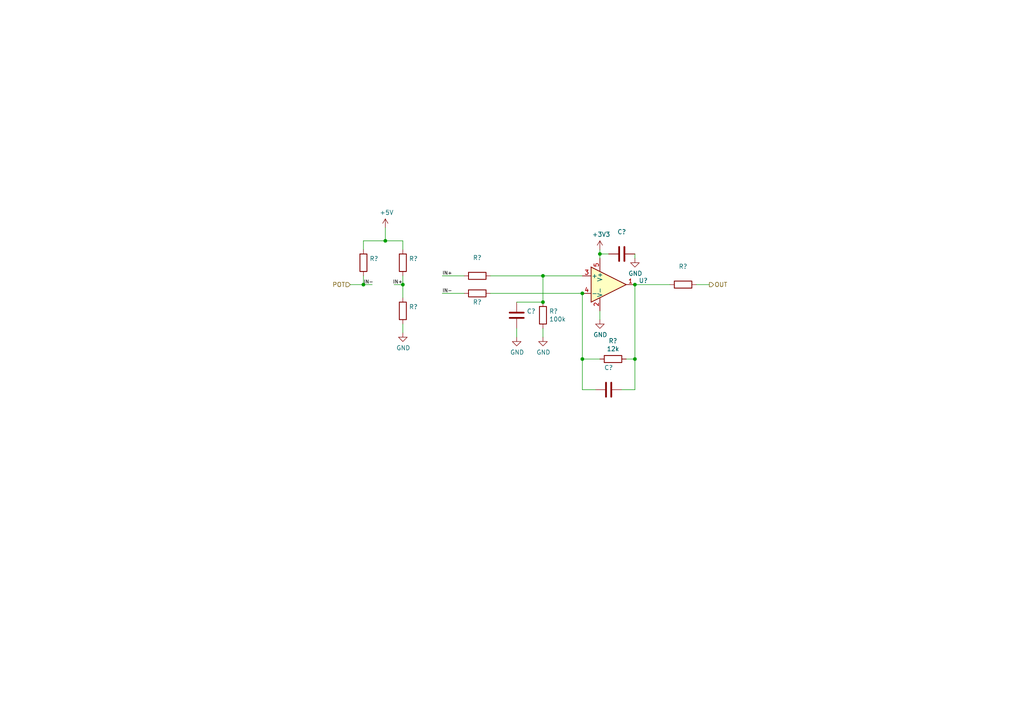
<source format=kicad_sch>
(kicad_sch (version 20211123) (generator eeschema)
  (paper "A4")
  (lib_symbols
    (symbol "Amplifier_Operational:OPA340NA" (pin_names (offset 0.127))
      (property "Reference" "U" (at -1.27 6.35 0))
      (property "Value" "OPA340NA" (at -1.27 3.81 0))
      (symbol "OPA340NA_0_1"
        (polyline (pts (xy -5.08 5.08) (xy 5.08 0) (xy -5.08 -5.08) (xy -5.08 5.08)) (stroke (width 0.254)) (fill (type background)))
        (pin power_in line (at -2.54 -7.62 90) (length 3.81) (name "V-") (number "2"))
        (pin power_in line (at -2.54 7.62 270) (length 3.81) (name "V+") (number "5"))
      )
      (symbol "OPA340NA_1_1"
        (pin output line (at 7.62 0 180) (length 2.54) (name "~") (number "1"))
        (pin input line (at -7.62 2.54 0) (length 2.54) (name "+") (number "3"))
        (pin input line (at -7.62 -2.54 0) (length 2.54) (name "-") (number "4"))
      )
    )
    (symbol "Device:C" (pin_numbers hide) (pin_names (offset 0.254))
      (property "Reference" "C" (at 0.635 2.54 0))
      (property "Value" "C" (at 0.635 -2.54 0))
      (symbol "C_0_1"
        (polyline (pts (xy -2.032 -0.762) (xy 2.032 -0.762)) (stroke (width 0.508)))
        (polyline (pts (xy -2.032 0.762) (xy 2.032 0.762)) (stroke (width 0.508)))
      )
      (symbol "C_1_1"
        (pin passive line (at 0 3.81 270) (length 2.794) (name "~") (number "1"))
        (pin passive line (at 0 -3.81 90) (length 2.794) (name "~") (number "2"))
      )
    )
    (symbol "Device:R" (pin_numbers hide) (pin_names (offset 0))
      (property "Reference" "R" (at 2.032 0 90))
      (property "Value" "R" (at 0 0 90))
      (symbol "R_0_1"
        (rectangle (start -1.016 -2.54) (end 1.016 2.54) (stroke (width 0.254)))
      )
      (symbol "R_1_1"
        (pin passive line (at 0 3.81 270) (length 1.27) (name "~") (number "1"))
        (pin passive line (at 0 -3.81 90) (length 1.27) (name "~") (number "2"))
      )
    )
    (symbol "karta_pomiarowa_v2-rescue:+3.3V-power" (power) (pin_names (offset 0))
      (property "Value" "+3.3V-power" (at 0 3.556 0))
      (symbol "+3.3V-power_0_1"
        (polyline (pts (xy -0.762 1.27) (xy 0 2.54)))
        (polyline (pts (xy 0 0) (xy 0 2.54)))
        (polyline (pts (xy 0 2.54) (xy 0.762 1.27)))
      )
      (symbol "+3.3V-power_1_1"
        (pin power_in line (at 0 0 90) (length 0) hide (name "+3V3") (number "1"))
      )
    )
    (symbol "power:+5V" (power) (pin_names (offset 0))
      (property "Value" "+5V" (at 0 3.556 0))
      (symbol "+5V_0_1"
        (polyline (pts (xy -0.762 1.27) (xy 0 2.54)))
        (polyline (pts (xy 0 0) (xy 0 2.54)))
        (polyline (pts (xy 0 2.54) (xy 0.762 1.27)))
      )
      (symbol "+5V_1_1"
        (pin power_in line (at 0 0 90) (length 0) hide (name "+5V") (number "1"))
      )
    )
    (symbol "power:GND" (power) (pin_names (offset 0))
      (property "Value" "GND" (at 0 -3.81 0))
      (symbol "GND_0_1"
        (polyline (pts (xy 0 0) (xy 0 -1.27) (xy 1.27 -1.27) (xy 0 -2.54) (xy -1.27 -1.27) (xy 0 -1.27)))
      )
      (symbol "GND_1_1"
        (pin power_in line (at 0 0 270) (length 0) hide (name "GND") (number "1"))
      )
    )
  )
  (junction (at 157.48 87.63))
  (junction (at 173.99 73.66))
  (junction (at 168.91 104.14))
  (junction (at 168.91 85.09))
  (junction (at 105.41 82.55))
  (junction (at 111.76 69.85))
  (junction (at 116.84 82.55))
  (junction (at 184.15 82.55))
  (junction (at 157.48 80.01))
  (junction (at 184.15 104.14))
  (wire (pts (xy 168.91 104.14) (xy 168.91 113.03)))
  (wire (pts (xy 105.41 69.85) (xy 111.76 69.85)))
  (wire (pts (xy 105.41 72.39) (xy 105.41 69.85)))
  (wire (pts (xy 180.34 113.03) (xy 184.15 113.03)))
  (wire (pts (xy 194.31 82.55) (xy 184.15 82.55)))
  (wire (pts (xy 173.99 73.66) (xy 173.99 74.93)))
  (wire (pts (xy 149.86 87.63) (xy 157.48 87.63)))
  (wire (pts (xy 157.48 97.79) (xy 157.48 95.25)))
  (wire (pts (xy 134.62 80.01) (xy 128.27 80.01)))
  (wire (pts (xy 116.84 69.85) (xy 116.84 72.39)))
  (wire (pts (xy 184.15 82.55) (xy 184.15 104.14)))
  (wire (pts (xy 184.15 104.14) (xy 184.15 113.03)))
  (wire (pts (xy 168.91 80.01) (xy 157.48 80.01)))
  (wire (pts (xy 184.15 74.93) (xy 184.15 73.66)))
  (wire (pts (xy 157.48 80.01) (xy 142.24 80.01)))
  (wire (pts (xy 116.84 82.55) (xy 116.84 86.36)))
  (wire (pts (xy 168.91 85.09) (xy 168.91 104.14)))
  (wire (pts (xy 116.84 93.98) (xy 116.84 96.52)))
  (wire (pts (xy 111.76 69.85) (xy 116.84 69.85)))
  (wire (pts (xy 168.91 85.09) (xy 142.24 85.09)))
  (wire (pts (xy 149.86 95.25) (xy 149.86 97.79)))
  (wire (pts (xy 173.99 90.17) (xy 173.99 92.71)))
  (wire (pts (xy 205.74 82.55) (xy 201.93 82.55)))
  (wire (pts (xy 157.48 87.63) (xy 157.48 80.01)))
  (wire (pts (xy 184.15 104.14) (xy 181.61 104.14)))
  (wire (pts (xy 134.62 85.09) (xy 128.27 85.09)))
  (wire (pts (xy 116.84 80.01) (xy 116.84 82.55)))
  (wire (pts (xy 105.41 82.55) (xy 101.6 82.55)))
  (wire (pts (xy 173.99 104.14) (xy 168.91 104.14)))
  (wire (pts (xy 172.72 113.03) (xy 168.91 113.03)))
  (wire (pts (xy 116.84 82.55) (xy 114.3 82.55)))
  (wire (pts (xy 111.76 66.04) (xy 111.76 69.85)))
  (wire (pts (xy 105.41 80.01) (xy 105.41 82.55)))
  (wire (pts (xy 176.53 73.66) (xy 173.99 73.66)))
  (wire (pts (xy 173.99 72.39) (xy 173.99 73.66)))
  (wire (pts (xy 105.41 82.55) (xy 107.95 82.55)))
  (label "IN-" (at 128.27 85.09 0) (effects (font (size 0.9906 0.9906))))
  (label "IN-" (at 105.41 82.55 0) (effects (font (size 0.9906 0.9906))))
  (label "IN+" (at 128.27 80.01 0) (effects (font (size 0.9906 0.9906))))
  (label "IN+" (at 116.84 82.55 180) (effects (font (size 0.9906 0.9906))))
  (hierarchical_label "OUT" (shape output) (at 205.74 82.55 0))
  (hierarchical_label "POT" (shape input) (at 101.6 82.55 180))
  (symbol (lib_id "power:GND") (at 173.99 92.71 0) (unit 1)
    (property "Reference" "#PWR?" (effects hide))
  )
  (symbol (lib_id "power:GND") (at 184.15 74.93 0) (unit 1)
    (property "Reference" "#PWR?" (effects hide))
  )
  (symbol (lib_id "Device:C") (at 180.34 73.66 270) (unit 1)
    (property "Reference" "C?" (at 180.34 67.2592 90))
  )
  (symbol (lib_id "Amplifier_Operational:OPA340NA") (at 176.53 82.55 0) (unit 1)
    (property "Reference" "U?" (at 185.2676 81.3816 0) (effects (justify left)))
    (property "Datasheet" "https://www.google.com/url?sa=t&rct=j&q=&esrc=s&source=web&cd=&ved=2ahUKEwjP8r6k07_0AhXMsaQKHaufCNsQFnoECBAQAQ&url=https%3A%2F%2Fwww.st.com%2Fresource%2Fen%2Fdatasheet%2Ftsx7191.pdf&usg=AOvVaw36G1EYx2FJDEKu96iJ_PiG" (effects hide))
  )
  (symbol (lib_id "Device:R") (at 177.8 104.14 270) (unit 1)
    (property "Reference" "R?" (at 177.8 98.8822 90))
    (property "Value" "12k" (at 177.8 101.1936 90))
    (property "Footprint" "Resistor_SMD:R_0603_1608Metric" (effects hide))
  )
  (symbol (lib_id "Device:C") (at 176.53 113.03 270) (unit 1)
    (property "Reference" "C?" (at 176.53 106.6292 90))
  )
  (symbol (lib_id "Device:R") (at 138.43 80.01 270) (unit 1)
    (property "Reference" "R?" (at 138.43 74.7522 90))
  )
  (symbol (lib_id "Device:R") (at 138.43 85.09 270) (unit 1)
    (property "Reference" "R?" (at 138.43 87.63 90))
  )
  (symbol (lib_id "Device:R") (at 157.48 91.44 0) (unit 1)
    (property "Reference" "R?" (at 159.258 90.2716 0) (effects (justify left)))
    (property "Value" "100k" (at 159.258 92.583 0) (effects (justify left)))
    (property "Footprint" "Resistor_SMD:R_0603_1608Metric" (effects hide))
  )
  (symbol (lib_id "Device:C") (at 149.86 91.44 0) (unit 1)
    (property "Reference" "C?" (at 152.781 90.2716 0) (effects (justify left)))
  )
  (symbol (lib_id "power:GND") (at 149.86 97.79 0) (unit 1)
    (property "Reference" "#PWR?" (effects hide))
  )
  (symbol (lib_id "power:GND") (at 157.48 97.79 0) (unit 1)
    (property "Reference" "#PWR?" (effects hide))
  )
  (symbol (lib_id "Device:R") (at 198.12 82.55 270) (unit 1)
    (property "Reference" "R?" (at 198.12 77.2922 90))
  )
  (symbol (lib_id "Device:R") (at 105.41 76.2 0) (unit 1)
    (property "Reference" "R?" (at 107.188 75.0316 0) (effects (justify left)))
  )
  (symbol (lib_id "Device:R") (at 116.84 76.2 0) (unit 1)
    (property "Reference" "R?" (at 118.618 75.0316 0) (effects (justify left)))
  )
  (symbol (lib_id "Device:R") (at 116.84 90.17 0) (unit 1)
    (property "Reference" "R?" (at 118.618 89.0016 0) (effects (justify left)))
  )
  (symbol (lib_id "power:GND") (at 116.84 96.52 0) (unit 1)
    (property "Reference" "#PWR?" (effects hide))
  )
  (symbol (lib_id "power:+5V") (at 111.76 66.04 0) (unit 1)
    (property "Reference" "#PWR?" (effects hide))
  )
  (symbol (lib_id "karta_pomiarowa_v2-rescue:+3.3V-power") (at 173.99 72.39 0) (unit 1)
    (property "Reference" "#PWR0123" (effects hide))
  )
)
</source>
